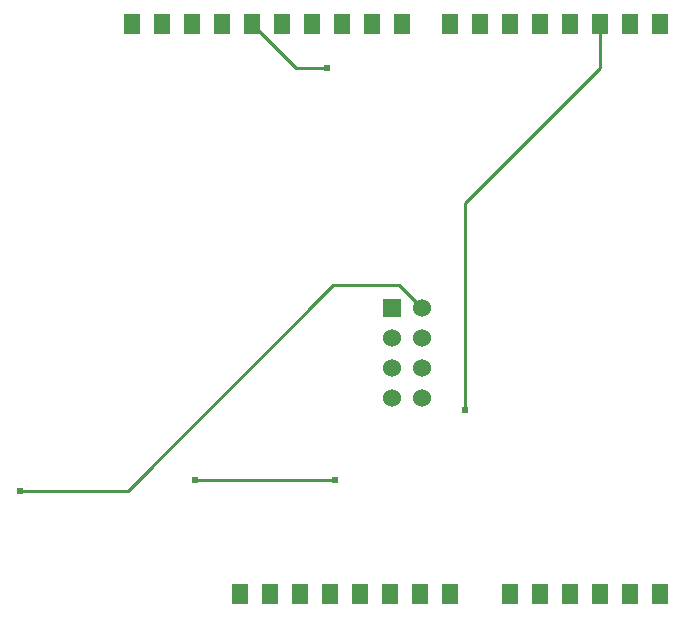
<source format=gbl>
G04 Layer: BottomLayer*
G04 EasyEDA v6.2.46, 2019-11-05T08:36:27+02:00*
G04 58835fe1968247bcbae2d138d8cab9b4,88f35c52922c4fbc8d6ac25f651a04fd,10*
G04 Gerber Generator version 0.2*
G04 Scale: 100 percent, Rotated: No, Reflected: No *
G04 Dimensions in millimeters *
G04 leading zeros omitted , absolute positions ,3 integer and 3 decimal *
%FSLAX33Y33*%
%MOMM*%
G90*
G71D02*

%ADD10C,0.254000*%
%ADD11C,0.609600*%
%ADD19R,1.422400X1.706880*%
%ADD20R,1.524000X1.524000*%
%ADD21C,1.524000*%

%LPD*%
G54D10*
G01X9271Y11303D02*
G01X18415Y11303D01*
G01X35814Y28702D01*
G01X41402Y28702D01*
G01X43307Y26797D01*
G01X35306Y47117D02*
G01X32638Y47117D01*
G01X28956Y50799D01*
G01X58420Y50799D02*
G01X58420Y47117D01*
G01X46990Y35687D01*
G01X46990Y18161D01*
G01X24130Y12192D02*
G01X35941Y12192D01*
G54D19*
G01X41656Y50800D03*
G01X39116Y50799D03*
G01X36576Y50799D03*
G01X34036Y50799D03*
G01X31496Y50799D03*
G01X28956Y50799D03*
G01X26416Y50799D03*
G01X23876Y50799D03*
G01X21336Y50799D03*
G01X18796Y50799D03*
G01X63500Y50799D03*
G01X60960Y50799D03*
G01X58420Y50799D03*
G01X55880Y50800D03*
G01X53340Y50800D03*
G01X50800Y50800D03*
G01X48260Y50800D03*
G01X45720Y50800D03*
G01X50800Y2540D03*
G01X53340Y2540D03*
G01X55880Y2540D03*
G01X58420Y2540D03*
G01X60960Y2540D03*
G01X63500Y2540D03*
G01X27940Y2540D03*
G01X30480Y2540D03*
G01X33020Y2540D03*
G01X35560Y2540D03*
G01X38100Y2540D03*
G01X40640Y2540D03*
G01X43180Y2540D03*
G01X45720Y2540D03*
G54D20*
G01X40767Y26797D03*
G54D21*
G01X43307Y26797D03*
G01X40767Y24257D03*
G01X43307Y24257D03*
G01X40767Y21717D03*
G01X43307Y21717D03*
G01X40767Y19177D03*
G01X43307Y19177D03*
G54D11*
G01X35306Y47117D03*
G01X46990Y18161D03*
G01X9271Y11303D03*
G01X24130Y12192D03*
G01X35941Y12192D03*
M00*
M02*

</source>
